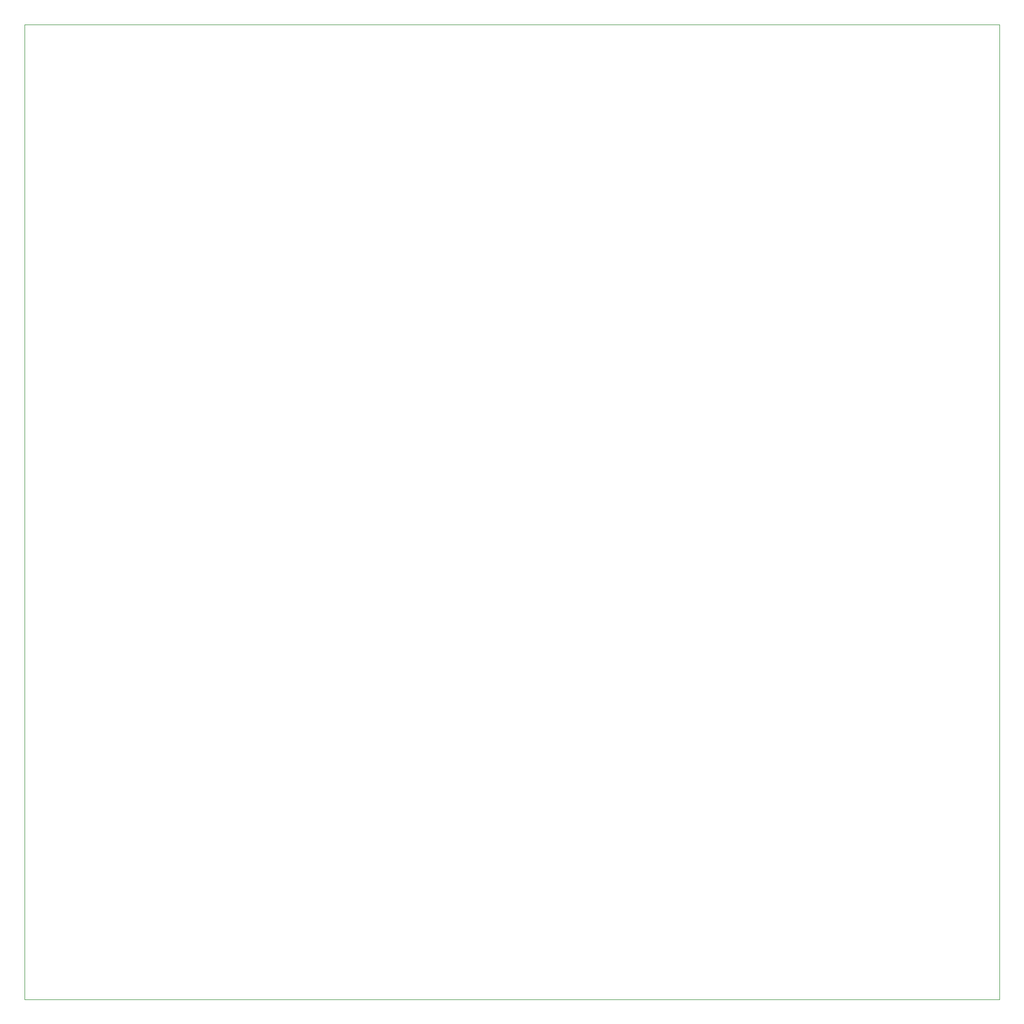
<source format=gbr>
G04 #@! TF.GenerationSoftware,KiCad,Pcbnew,5.1.5-52549c5~84~ubuntu18.04.1*
G04 #@! TF.CreationDate,2020-02-23T09:36:08-07:00*
G04 #@! TF.ProjectId,cob_2x2,636f625f-3278-4322-9e6b-696361645f70,rev?*
G04 #@! TF.SameCoordinates,Original*
G04 #@! TF.FileFunction,Profile,NP*
%FSLAX46Y46*%
G04 Gerber Fmt 4.6, Leading zero omitted, Abs format (unit mm)*
G04 Created by KiCad (PCBNEW 5.1.5-52549c5~84~ubuntu18.04.1) date 2020-02-23 09:36:08*
%MOMM*%
%LPD*%
G04 APERTURE LIST*
%ADD10C,0.050000*%
G04 APERTURE END LIST*
D10*
X101000000Y-259000000D02*
X259000000Y-259000000D01*
X101000000Y-101000000D02*
X101000000Y-259000000D01*
X259000000Y-101000000D02*
X101000000Y-101000000D01*
X259000000Y-259000000D02*
X259000000Y-101000000D01*
M02*

</source>
